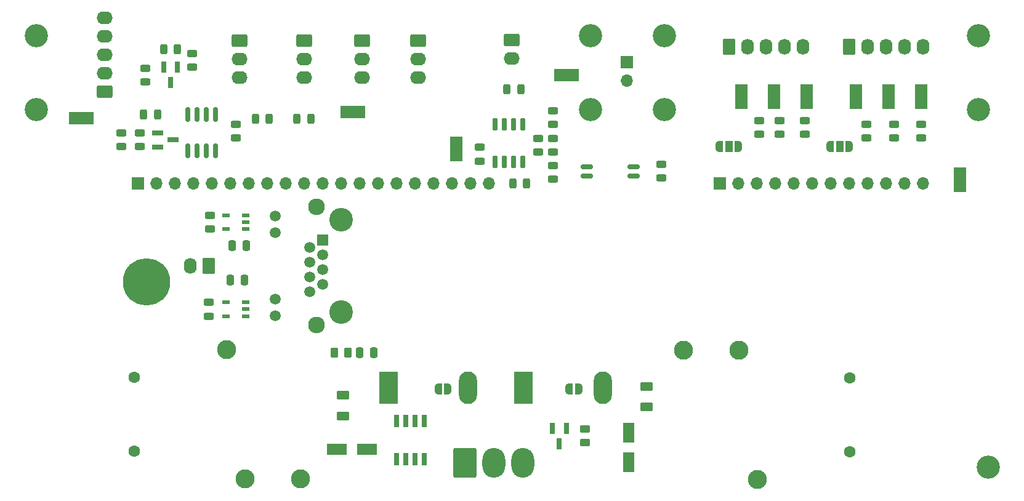
<source format=gts>
%TF.GenerationSoftware,KiCad,Pcbnew,5.99.0-unknown-47cb7f53fd~143~ubuntu20.04.1*%
%TF.CreationDate,2021-11-23T21:24:54-08:00*%
%TF.ProjectId,acorn-odrive-interface,61636f72-6e2d-46f6-9472-6976652d696e,rev?*%
%TF.SameCoordinates,Original*%
%TF.FileFunction,Soldermask,Top*%
%TF.FilePolarity,Negative*%
%FSLAX46Y46*%
G04 Gerber Fmt 4.6, Leading zero omitted, Abs format (unit mm)*
G04 Created by KiCad (PCBNEW 5.99.0-unknown-47cb7f53fd~143~ubuntu20.04.1) date 2021-11-23 21:24:54*
%MOMM*%
%LPD*%
G01*
G04 APERTURE LIST*
G04 Aperture macros list*
%AMRoundRect*
0 Rectangle with rounded corners*
0 $1 Rounding radius*
0 $2 $3 $4 $5 $6 $7 $8 $9 X,Y pos of 4 corners*
0 Add a 4 corners polygon primitive as box body*
4,1,4,$2,$3,$4,$5,$6,$7,$8,$9,$2,$3,0*
0 Add four circle primitives for the rounded corners*
1,1,$1+$1,$2,$3*
1,1,$1+$1,$4,$5*
1,1,$1+$1,$6,$7*
1,1,$1+$1,$8,$9*
0 Add four rect primitives between the rounded corners*
20,1,$1+$1,$2,$3,$4,$5,0*
20,1,$1+$1,$4,$5,$6,$7,0*
20,1,$1+$1,$6,$7,$8,$9,0*
20,1,$1+$1,$8,$9,$2,$3,0*%
%AMFreePoly0*
4,1,22,0.550000,-0.750000,0.000000,-0.750000,0.000000,-0.745033,-0.079941,-0.743568,-0.215256,-0.701293,-0.333266,-0.622738,-0.424486,-0.514219,-0.481581,-0.384460,-0.499164,-0.250000,-0.500000,-0.250000,-0.500000,0.250000,-0.499164,0.250000,-0.499963,0.256109,-0.478152,0.396186,-0.417904,0.524511,-0.324060,0.630769,-0.204165,0.706417,-0.067858,0.745374,0.000000,0.744959,0.000000,0.750000,
0.550000,0.750000,0.550000,-0.750000,0.550000,-0.750000,$1*%
%AMFreePoly1*
4,1,20,0.000000,0.744959,0.073905,0.744508,0.209726,0.703889,0.328688,0.626782,0.421226,0.519385,0.479903,0.390333,0.500000,0.250000,0.500000,-0.250000,0.499851,-0.262216,0.476331,-0.402017,0.414519,-0.529596,0.319384,-0.634700,0.198574,-0.708877,0.061801,-0.746166,0.000000,-0.745033,0.000000,-0.750000,-0.550000,-0.750000,-0.550000,0.750000,0.000000,0.750000,0.000000,0.744959,
0.000000,0.744959,$1*%
%AMFreePoly2*
4,1,22,0.500000,-0.750000,0.000000,-0.750000,0.000000,-0.745033,-0.079941,-0.743568,-0.215256,-0.701293,-0.333266,-0.622738,-0.424486,-0.514219,-0.481581,-0.384460,-0.499164,-0.250000,-0.500000,-0.250000,-0.500000,0.250000,-0.499164,0.250000,-0.499963,0.256109,-0.478152,0.396186,-0.417904,0.524511,-0.324060,0.630769,-0.204165,0.706417,-0.067858,0.745374,0.000000,0.744959,0.000000,0.750000,
0.500000,0.750000,0.500000,-0.750000,0.500000,-0.750000,$1*%
%AMFreePoly3*
4,1,20,0.000000,0.744959,0.073905,0.744508,0.209726,0.703889,0.328688,0.626782,0.421226,0.519385,0.479903,0.390333,0.500000,0.250000,0.500000,-0.250000,0.499851,-0.262216,0.476331,-0.402017,0.414519,-0.529596,0.319384,-0.634700,0.198574,-0.708877,0.061801,-0.746166,0.000000,-0.745033,0.000000,-0.750000,-0.500000,-0.750000,-0.500000,0.750000,0.000000,0.750000,0.000000,0.744959,
0.000000,0.744959,$1*%
G04 Aperture macros list end*
%ADD10C,3.200000*%
%ADD11RoundRect,0.243750X-0.243750X-0.456250X0.243750X-0.456250X0.243750X0.456250X-0.243750X0.456250X0*%
%ADD12RoundRect,0.243750X0.243750X0.456250X-0.243750X0.456250X-0.243750X-0.456250X0.243750X-0.456250X0*%
%ADD13R,3.400000X1.800000*%
%ADD14RoundRect,0.243750X-0.456250X0.243750X-0.456250X-0.243750X0.456250X-0.243750X0.456250X0.243750X0*%
%ADD15RoundRect,0.250000X-0.845000X0.620000X-0.845000X-0.620000X0.845000X-0.620000X0.845000X0.620000X0*%
%ADD16O,2.190000X1.740000*%
%ADD17RoundRect,0.070000X-0.300000X0.650000X-0.300000X-0.650000X0.300000X-0.650000X0.300000X0.650000X0*%
%ADD18RoundRect,0.243750X0.456250X-0.243750X0.456250X0.243750X-0.456250X0.243750X-0.456250X-0.243750X0*%
%ADD19RoundRect,0.150000X-0.150000X0.825000X-0.150000X-0.825000X0.150000X-0.825000X0.150000X0.825000X0*%
%ADD20RoundRect,0.070000X-0.650000X-0.300000X0.650000X-0.300000X0.650000X0.300000X-0.650000X0.300000X0*%
%ADD21RoundRect,0.150000X0.662500X0.150000X-0.662500X0.150000X-0.662500X-0.150000X0.662500X-0.150000X0*%
%ADD22RoundRect,0.150000X0.150000X-0.725000X0.150000X0.725000X-0.150000X0.725000X-0.150000X-0.725000X0*%
%ADD23R,1.800000X3.400000*%
%ADD24C,3.250000*%
%ADD25R,1.500000X1.500000*%
%ADD26C,1.500000*%
%ADD27C,2.300000*%
%ADD28RoundRect,0.250000X0.620000X0.845000X-0.620000X0.845000X-0.620000X-0.845000X0.620000X-0.845000X0*%
%ADD29O,1.740000X2.190000*%
%ADD30FreePoly0,0.000000*%
%ADD31R,1.000000X1.500000*%
%ADD32FreePoly1,0.000000*%
%ADD33RoundRect,0.250000X-0.620000X-0.845000X0.620000X-0.845000X0.620000X0.845000X-0.620000X0.845000X0*%
%ADD34R,1.700000X1.700000*%
%ADD35O,1.700000X1.700000*%
%ADD36RoundRect,0.250000X0.625000X-0.375000X0.625000X0.375000X-0.625000X0.375000X-0.625000X-0.375000X0*%
%ADD37FreePoly2,180.000000*%
%ADD38FreePoly3,180.000000*%
%ADD39RoundRect,0.250000X-0.250000X-0.475000X0.250000X-0.475000X0.250000X0.475000X-0.250000X0.475000X0*%
%ADD40R,0.977900X0.508000*%
%ADD41RoundRect,0.250000X-0.450000X0.262500X-0.450000X-0.262500X0.450000X-0.262500X0.450000X0.262500X0*%
%ADD42C,2.616200*%
%ADD43C,1.600200*%
%ADD44RoundRect,0.250000X-1.137500X-0.550000X1.137500X-0.550000X1.137500X0.550000X-1.137500X0.550000X0*%
%ADD45RoundRect,0.250000X0.250000X0.475000X-0.250000X0.475000X-0.250000X-0.475000X0.250000X-0.475000X0*%
%ADD46R,0.650000X1.700000*%
%ADD47RoundRect,0.250000X0.845000X-0.620000X0.845000X0.620000X-0.845000X0.620000X-0.845000X-0.620000X0*%
%ADD48RoundRect,0.250000X-0.262500X-0.450000X0.262500X-0.450000X0.262500X0.450000X-0.262500X0.450000X0*%
%ADD49RoundRect,0.250000X-1.330000X-1.800000X1.330000X-1.800000X1.330000X1.800000X-1.330000X1.800000X0*%
%ADD50O,3.160000X4.100000*%
%ADD51R,2.500000X4.500000*%
%ADD52O,2.500000X4.500000*%
%ADD53RoundRect,0.250000X-0.550000X1.137500X-0.550000X-1.137500X0.550000X-1.137500X0.550000X1.137500X0*%
%ADD54C,6.500000*%
G04 APERTURE END LIST*
D10*
X158750000Y-82550000D03*
D11*
X112727500Y-83820000D03*
X114602500Y-83820000D03*
D12*
X120317500Y-83820000D03*
X118442500Y-83820000D03*
D13*
X126100000Y-82850000D03*
X88750000Y-83750000D03*
D14*
X143590000Y-87722500D03*
X143590000Y-89597500D03*
X168500000Y-90062500D03*
X168500000Y-91937500D03*
D15*
X110490000Y-73025000D03*
D16*
X110490000Y-75565000D03*
X110490000Y-78105000D03*
D15*
X119380000Y-73025000D03*
D16*
X119380000Y-75565000D03*
X119380000Y-78105000D03*
D15*
X127340000Y-73025000D03*
D16*
X127340000Y-75565000D03*
X127340000Y-78105000D03*
D15*
X135090000Y-73025000D03*
D16*
X135090000Y-75565000D03*
X135090000Y-78105000D03*
D10*
X82550000Y-72390000D03*
X82550000Y-82550000D03*
X158750000Y-72390000D03*
D14*
X110000000Y-84562500D03*
X110000000Y-86437500D03*
D17*
X102000000Y-76718750D03*
X100100000Y-76718750D03*
X101050000Y-78818750D03*
D18*
X97550000Y-78706250D03*
X97550000Y-76831250D03*
D11*
X100112500Y-74268750D03*
X101987500Y-74268750D03*
D18*
X104050000Y-76706250D03*
X104050000Y-74831250D03*
D14*
X94300001Y-85762499D03*
X94300001Y-87637499D03*
D18*
X96800001Y-87637499D03*
X96800001Y-85762499D03*
D12*
X99237501Y-83199999D03*
X97362501Y-83199999D03*
D19*
X107205001Y-83224999D03*
X105935001Y-83224999D03*
X104665001Y-83224999D03*
X103395001Y-83224999D03*
X103395001Y-88174999D03*
X104665001Y-88174999D03*
X105935001Y-88174999D03*
X107205001Y-88174999D03*
D20*
X99250001Y-85749999D03*
X99250001Y-87649999D03*
X101350001Y-86699999D03*
D21*
X164687500Y-91635000D03*
X164687500Y-90365000D03*
X158312500Y-90365000D03*
X158312500Y-91635000D03*
D18*
X153590000Y-92097500D03*
X153590000Y-90222500D03*
D14*
X153590000Y-82722500D03*
X153590000Y-84597500D03*
X153590000Y-86472500D03*
X153590000Y-88347500D03*
D15*
X147980000Y-73000000D03*
D16*
X147980000Y-75540000D03*
D18*
X151590000Y-88347500D03*
X151590000Y-86472500D03*
D12*
X150027500Y-92660000D03*
X148152500Y-92660000D03*
D11*
X147312500Y-79750000D03*
X149187500Y-79750000D03*
D22*
X145685000Y-89735000D03*
X146955000Y-89735000D03*
X148225000Y-89735000D03*
X149495000Y-89735000D03*
X149495000Y-84585000D03*
X148225000Y-84585000D03*
X146955000Y-84585000D03*
X145685000Y-84585000D03*
D23*
X140340000Y-87910000D03*
D24*
X124540000Y-110346000D03*
X124540000Y-97646000D03*
D25*
X122000000Y-100436000D03*
D26*
X120220000Y-101452000D03*
X122000000Y-102468000D03*
X120220000Y-103484000D03*
X122000000Y-104500000D03*
X120220000Y-105516000D03*
X122000000Y-106532000D03*
X120220000Y-107548000D03*
X115400000Y-97136000D03*
X115400000Y-99426000D03*
X115400000Y-108566000D03*
X115400000Y-110856000D03*
D27*
X121110000Y-112126000D03*
X121110000Y-95866000D03*
D28*
X106270000Y-104000000D03*
D29*
X103730000Y-104000000D03*
D14*
X106500000Y-97062500D03*
X106500000Y-98937500D03*
X106260000Y-109062500D03*
X106260000Y-110937500D03*
D10*
X168910000Y-72390000D03*
X212090000Y-72390000D03*
X212090000Y-82550000D03*
X168910000Y-82550000D03*
D23*
X195250000Y-80750000D03*
D18*
X200500000Y-86437500D03*
X200500000Y-84562500D03*
D23*
X199750000Y-80750000D03*
D18*
X204250000Y-86437500D03*
X204250000Y-84562500D03*
D30*
X191740000Y-87630000D03*
D31*
X193040000Y-87630000D03*
D32*
X194340000Y-87630000D03*
D30*
X176500000Y-87630000D03*
D31*
X177800000Y-87630000D03*
D32*
X179100000Y-87630000D03*
D33*
X194310000Y-73914000D03*
D29*
X196850000Y-73914000D03*
X199390000Y-73914000D03*
X201930000Y-73914000D03*
X204470000Y-73914000D03*
D23*
X184000000Y-80750000D03*
D18*
X188250000Y-85937500D03*
X188250000Y-84062500D03*
D23*
X179500000Y-80750000D03*
D34*
X176530000Y-92710000D03*
D35*
X179070000Y-92710000D03*
X181610000Y-92710000D03*
X184150000Y-92710000D03*
X186690000Y-92710000D03*
X189230000Y-92710000D03*
X191770000Y-92710000D03*
X194310000Y-92710000D03*
X196850000Y-92710000D03*
X199390000Y-92710000D03*
X201930000Y-92710000D03*
X204470000Y-92710000D03*
D18*
X184750000Y-85937500D03*
X184750000Y-84062500D03*
X196750000Y-86437500D03*
X196750000Y-84562500D03*
D23*
X188500000Y-80750000D03*
X209550000Y-92202000D03*
D33*
X177800000Y-73914000D03*
D29*
X180340000Y-73914000D03*
X182880000Y-73914000D03*
X185420000Y-73914000D03*
X187960000Y-73914000D03*
D18*
X182000000Y-85937500D03*
X182000000Y-84062500D03*
D23*
X204250000Y-80750000D03*
D36*
X124750000Y-124650000D03*
X124750000Y-121850000D03*
D37*
X157150000Y-121000000D03*
D38*
X155850000Y-121000000D03*
D39*
X109300000Y-106000000D03*
X111200000Y-106000000D03*
D34*
X163750000Y-76000000D03*
D35*
X163750000Y-78540000D03*
D39*
X109550000Y-101250000D03*
X111450000Y-101250000D03*
D40*
X111365250Y-110950001D03*
X111365250Y-110000000D03*
X111365250Y-109049999D03*
X108634750Y-109049999D03*
X108634750Y-110950001D03*
D41*
X158000000Y-126500000D03*
X158000000Y-128325000D03*
D42*
X118895200Y-133356500D03*
X111275200Y-133356500D03*
X108735200Y-115576500D03*
D43*
X96035200Y-129546500D03*
X96035200Y-119386500D03*
D44*
X123937500Y-129250000D03*
X128062500Y-129250000D03*
D45*
X128950000Y-116000000D03*
X127050000Y-116000000D03*
D46*
X132095000Y-130625000D03*
X133365000Y-130625000D03*
X134635000Y-130625000D03*
X135905000Y-130625000D03*
X135905000Y-125375000D03*
X134635000Y-125375000D03*
X133365000Y-125375000D03*
X132095000Y-125375000D03*
D10*
X213500000Y-131750000D03*
D42*
X171604800Y-115643500D03*
X179224800Y-115643500D03*
X181764800Y-133423500D03*
D43*
X194464800Y-119453500D03*
X194464800Y-129613500D03*
D47*
X92020000Y-80080000D03*
D16*
X92020000Y-77540000D03*
X92020000Y-75000000D03*
X92020000Y-72460000D03*
X92020000Y-69920000D03*
D13*
X155500000Y-77750000D03*
D48*
X123587500Y-116000000D03*
X125412500Y-116000000D03*
D49*
X141540000Y-131105000D03*
D50*
X145500000Y-131105000D03*
X149460000Y-131105000D03*
D51*
X149550000Y-120820000D03*
D52*
X160450000Y-120820000D03*
D40*
X111365250Y-98950001D03*
X111365250Y-98000000D03*
X111365250Y-97049999D03*
X108634750Y-97049999D03*
X108634750Y-98950001D03*
D17*
X155450000Y-126362500D03*
X153550000Y-126362500D03*
X154500000Y-128462500D03*
D51*
X131050000Y-120820000D03*
D52*
X141950000Y-120820000D03*
D53*
X164000000Y-126937500D03*
X164000000Y-131062500D03*
D37*
X139150000Y-121000000D03*
D38*
X137850000Y-121000000D03*
D54*
X97750000Y-106210000D03*
D36*
X166500000Y-123400000D03*
X166500000Y-120600000D03*
D34*
X96520000Y-92710000D03*
D35*
X99060000Y-92710000D03*
X101600000Y-92710000D03*
X104140000Y-92710000D03*
X106680000Y-92710000D03*
X109220000Y-92710000D03*
X111760000Y-92710000D03*
X114300000Y-92710000D03*
X116840000Y-92710000D03*
X119380000Y-92710000D03*
X121920000Y-92710000D03*
X124460000Y-92710000D03*
X127000000Y-92710000D03*
X129540000Y-92710000D03*
X132080000Y-92710000D03*
X134620000Y-92710000D03*
X137160000Y-92710000D03*
X139700000Y-92710000D03*
X142240000Y-92710000D03*
X144780000Y-92710000D03*
M02*

</source>
